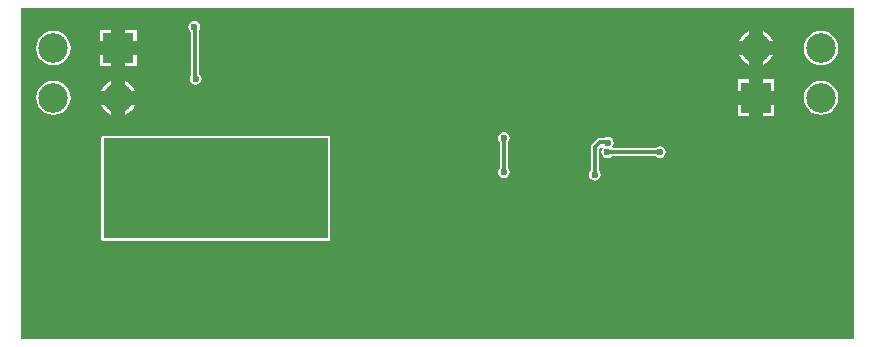
<source format=gbl>
G04*
G04 #@! TF.GenerationSoftware,Altium Limited,Altium Designer,19.1.6 (110)*
G04*
G04 Layer_Physical_Order=2*
G04 Layer_Color=16711680*
%FSLAX43Y43*%
%MOMM*%
G71*
G01*
G75*
%ADD53C,0.300*%
%ADD55C,2.500*%
%ADD56R,2.500X2.500*%
%ADD57C,0.600*%
G36*
X121500Y71000D02*
X51000D01*
Y99000D01*
X121500D01*
Y71000D01*
D02*
G37*
%LPC*%
G36*
X60800Y97150D02*
X59850D01*
Y96200D01*
X60800D01*
Y97150D01*
D02*
G37*
G36*
X58650D02*
X57700D01*
Y96200D01*
X58650D01*
Y97150D01*
D02*
G37*
G36*
X113850Y97037D02*
Y96200D01*
X114687D01*
X114545Y96465D01*
X114351Y96701D01*
X114115Y96895D01*
X113850Y97037D01*
D02*
G37*
G36*
X112650Y97037D02*
X112385Y96895D01*
X112149Y96701D01*
X111955Y96465D01*
X111813Y96200D01*
X112650D01*
Y97037D01*
D02*
G37*
G36*
X114687Y95000D02*
X113850D01*
Y94163D01*
X114115Y94305D01*
X114351Y94499D01*
X114545Y94735D01*
X114687Y95000D01*
D02*
G37*
G36*
X112650D02*
X111813D01*
X111955Y94735D01*
X112149Y94499D01*
X112385Y94305D01*
X112650Y94163D01*
Y95000D01*
D02*
G37*
G36*
X118750Y97063D02*
X118371Y97013D01*
X118019Y96867D01*
X117716Y96634D01*
X117483Y96331D01*
X117337Y95979D01*
X117287Y95600D01*
X117337Y95221D01*
X117483Y94869D01*
X117716Y94566D01*
X118019Y94333D01*
X118371Y94187D01*
X118750Y94137D01*
X119129Y94187D01*
X119481Y94333D01*
X119784Y94566D01*
X120017Y94869D01*
X120163Y95221D01*
X120213Y95600D01*
X120163Y95979D01*
X120017Y96331D01*
X119784Y96634D01*
X119481Y96867D01*
X119129Y97013D01*
X118750Y97063D01*
D02*
G37*
G36*
X53750D02*
X53371Y97013D01*
X53019Y96867D01*
X52716Y96634D01*
X52483Y96331D01*
X52337Y95979D01*
X52287Y95600D01*
X52337Y95221D01*
X52483Y94869D01*
X52716Y94566D01*
X53019Y94333D01*
X53371Y94187D01*
X53750Y94137D01*
X54129Y94187D01*
X54481Y94333D01*
X54784Y94566D01*
X55017Y94869D01*
X55163Y95221D01*
X55213Y95600D01*
X55163Y95979D01*
X55017Y96331D01*
X54784Y96634D01*
X54481Y96867D01*
X54129Y97013D01*
X53750Y97063D01*
D02*
G37*
G36*
X60800Y95000D02*
X59850D01*
Y94050D01*
X60800D01*
Y95000D01*
D02*
G37*
G36*
X58650D02*
X57700D01*
Y94050D01*
X58650D01*
Y95000D01*
D02*
G37*
G36*
X65700Y97910D02*
X65505Y97871D01*
X65340Y97760D01*
X65229Y97595D01*
X65190Y97400D01*
X65229Y97205D01*
X65340Y97040D01*
X65393Y97004D01*
Y93291D01*
X65329Y93195D01*
X65290Y93000D01*
X65329Y92805D01*
X65440Y92640D01*
X65605Y92529D01*
X65800Y92490D01*
X65995Y92529D01*
X66160Y92640D01*
X66271Y92805D01*
X66310Y93000D01*
X66271Y93195D01*
X66160Y93360D01*
X66107Y93396D01*
Y97109D01*
X66171Y97205D01*
X66210Y97400D01*
X66171Y97595D01*
X66060Y97760D01*
X65895Y97871D01*
X65700Y97910D01*
D02*
G37*
G36*
X59850Y92837D02*
Y92000D01*
X60687D01*
X60545Y92265D01*
X60351Y92501D01*
X60115Y92695D01*
X59850Y92837D01*
D02*
G37*
G36*
X58650Y92837D02*
X58385Y92695D01*
X58149Y92501D01*
X57955Y92265D01*
X57813Y92000D01*
X58650D01*
Y92837D01*
D02*
G37*
G36*
X114800Y92950D02*
X113850D01*
Y92000D01*
X114800D01*
Y92950D01*
D02*
G37*
G36*
X112650D02*
X111700D01*
Y92000D01*
X112650D01*
Y92950D01*
D02*
G37*
G36*
X60687Y90800D02*
X59850D01*
Y89963D01*
X60115Y90105D01*
X60351Y90299D01*
X60545Y90535D01*
X60687Y90800D01*
D02*
G37*
G36*
X58650D02*
X57813D01*
X57955Y90535D01*
X58149Y90299D01*
X58385Y90105D01*
X58650Y89963D01*
Y90800D01*
D02*
G37*
G36*
X118750Y92863D02*
X118371Y92813D01*
X118019Y92667D01*
X117716Y92434D01*
X117483Y92131D01*
X117337Y91779D01*
X117287Y91400D01*
X117337Y91021D01*
X117483Y90669D01*
X117716Y90366D01*
X118019Y90133D01*
X118371Y89987D01*
X118750Y89937D01*
X119129Y89987D01*
X119481Y90133D01*
X119784Y90366D01*
X120017Y90669D01*
X120163Y91021D01*
X120213Y91400D01*
X120163Y91779D01*
X120017Y92131D01*
X119784Y92434D01*
X119481Y92667D01*
X119129Y92813D01*
X118750Y92863D01*
D02*
G37*
G36*
X53750D02*
X53371Y92813D01*
X53019Y92667D01*
X52716Y92434D01*
X52483Y92131D01*
X52337Y91779D01*
X52287Y91400D01*
X52337Y91021D01*
X52483Y90669D01*
X52716Y90366D01*
X53019Y90133D01*
X53371Y89987D01*
X53750Y89937D01*
X54129Y89987D01*
X54481Y90133D01*
X54784Y90366D01*
X55017Y90669D01*
X55163Y91021D01*
X55213Y91400D01*
X55163Y91779D01*
X55017Y92131D01*
X54784Y92434D01*
X54481Y92667D01*
X54129Y92813D01*
X53750Y92863D01*
D02*
G37*
G36*
X114800Y90800D02*
X113850D01*
Y89850D01*
X114800D01*
Y90800D01*
D02*
G37*
G36*
X112650D02*
X111700D01*
Y89850D01*
X112650D01*
Y90800D01*
D02*
G37*
G36*
X100700Y88110D02*
X100505Y88071D01*
X100409Y88007D01*
X100050D01*
X99913Y87980D01*
X99798Y87902D01*
X99348Y87452D01*
X99270Y87337D01*
X99243Y87200D01*
Y85263D01*
X99240Y85260D01*
X99129Y85095D01*
X99090Y84900D01*
X99129Y84705D01*
X99240Y84540D01*
X99405Y84429D01*
X99600Y84390D01*
X99795Y84429D01*
X99960Y84540D01*
X100071Y84705D01*
X100110Y84900D01*
X100071Y85095D01*
X99960Y85260D01*
X99957Y85263D01*
Y87052D01*
X100156Y87252D01*
X100211Y87243D01*
X100265Y87109D01*
X100188Y86995D01*
X100150Y86800D01*
X100188Y86605D01*
X100299Y86440D01*
X100464Y86329D01*
X100659Y86290D01*
X100854Y86329D01*
X101020Y86440D01*
X101022Y86443D01*
X104737D01*
X104740Y86440D01*
X104905Y86329D01*
X105100Y86290D01*
X105295Y86329D01*
X105460Y86440D01*
X105571Y86605D01*
X105610Y86800D01*
X105571Y86995D01*
X105460Y87160D01*
X105295Y87271D01*
X105100Y87310D01*
X104905Y87271D01*
X104740Y87160D01*
X104737Y87157D01*
X101148D01*
X101090Y87284D01*
X101171Y87405D01*
X101210Y87600D01*
X101171Y87795D01*
X101060Y87960D01*
X100895Y88071D01*
X100700Y88110D01*
D02*
G37*
G36*
X91900Y88510D02*
X91705Y88471D01*
X91540Y88360D01*
X91429Y88195D01*
X91390Y88000D01*
X91429Y87805D01*
X91540Y87640D01*
X91543Y87637D01*
Y85463D01*
X91540Y85460D01*
X91429Y85295D01*
X91390Y85100D01*
X91429Y84905D01*
X91540Y84740D01*
X91705Y84629D01*
X91900Y84590D01*
X92095Y84629D01*
X92260Y84740D01*
X92371Y84905D01*
X92410Y85100D01*
X92371Y85295D01*
X92260Y85460D01*
X92257Y85463D01*
Y87637D01*
X92260Y87640D01*
X92371Y87805D01*
X92410Y88000D01*
X92371Y88195D01*
X92260Y88360D01*
X92095Y88471D01*
X91900Y88510D01*
D02*
G37*
G36*
X77000Y88204D02*
X58000D01*
X57922Y88188D01*
X57856Y88144D01*
X57812Y88078D01*
X57796Y88000D01*
Y79500D01*
X57812Y79422D01*
X57856Y79356D01*
X57922Y79312D01*
X58000Y79296D01*
X77000D01*
X77078Y79312D01*
X77144Y79356D01*
X77188Y79422D01*
X77204Y79500D01*
Y88000D01*
X77188Y88078D01*
X77144Y88144D01*
X77078Y88188D01*
X77000Y88204D01*
D02*
G37*
%LPD*%
G36*
Y79500D02*
X58000D01*
Y88000D01*
X77000D01*
Y79500D01*
D02*
G37*
D53*
X100659Y86800D02*
X105100D01*
X100050Y87650D02*
X100650D01*
X99600Y87200D02*
X100050Y87650D01*
X99600Y84900D02*
Y87200D01*
X91800Y85100D02*
X91900Y85200D01*
Y88000D01*
X65750Y93050D02*
X65800Y93000D01*
X65750Y93050D02*
Y97350D01*
X65700Y97400D02*
X65750Y97350D01*
D55*
X118750Y91400D02*
D03*
Y95600D02*
D03*
X113250D02*
D03*
X53750D02*
D03*
Y91400D02*
D03*
X59250D02*
D03*
D56*
X113250D02*
D03*
X59250Y95600D02*
D03*
D57*
X120000Y80000D02*
D03*
X121000Y78000D02*
D03*
X120000Y76000D02*
D03*
X121000Y74000D02*
D03*
X120000Y72000D02*
D03*
X119000Y82000D02*
D03*
X118000Y80000D02*
D03*
X119000Y78000D02*
D03*
X118000Y76000D02*
D03*
X119000Y74000D02*
D03*
X118000Y72000D02*
D03*
X117000Y82000D02*
D03*
X116000Y80000D02*
D03*
X117000Y78000D02*
D03*
X116000Y76000D02*
D03*
X117000Y74000D02*
D03*
X116000Y72000D02*
D03*
X115000Y94000D02*
D03*
Y82000D02*
D03*
X114000Y80000D02*
D03*
X115000Y78000D02*
D03*
X114000Y76000D02*
D03*
X115000Y74000D02*
D03*
X114000Y72000D02*
D03*
X113000Y82000D02*
D03*
X112000Y80000D02*
D03*
X113000Y78000D02*
D03*
X112000Y76000D02*
D03*
X113000Y74000D02*
D03*
X112000Y72000D02*
D03*
X110000Y84000D02*
D03*
X111000Y82000D02*
D03*
X110000Y80000D02*
D03*
X111000Y78000D02*
D03*
X110000Y76000D02*
D03*
X111000Y74000D02*
D03*
X110000Y72000D02*
D03*
X108000Y92000D02*
D03*
Y88000D02*
D03*
Y84000D02*
D03*
X109000Y82000D02*
D03*
X108000Y80000D02*
D03*
X109000Y78000D02*
D03*
X108000Y76000D02*
D03*
X109000Y74000D02*
D03*
X108000Y72000D02*
D03*
X106000Y84000D02*
D03*
X107000Y82000D02*
D03*
X106000Y80000D02*
D03*
X107000Y78000D02*
D03*
X106000Y76000D02*
D03*
X107000Y74000D02*
D03*
X106000Y72000D02*
D03*
X104000Y96000D02*
D03*
Y92000D02*
D03*
Y84000D02*
D03*
X105000Y82000D02*
D03*
X104000Y80000D02*
D03*
X105000Y78000D02*
D03*
X104000Y76000D02*
D03*
X105000Y74000D02*
D03*
X104000Y72000D02*
D03*
X103000Y94000D02*
D03*
X102000Y84000D02*
D03*
X103000Y82000D02*
D03*
X102000Y80000D02*
D03*
X103000Y78000D02*
D03*
X102000Y76000D02*
D03*
X103000Y74000D02*
D03*
X102000Y72000D02*
D03*
X101000Y86000D02*
D03*
Y82000D02*
D03*
X100000Y80000D02*
D03*
X101000Y78000D02*
D03*
X100000Y76000D02*
D03*
X101000Y74000D02*
D03*
X100000Y72000D02*
D03*
X98000Y96000D02*
D03*
Y92000D02*
D03*
X99000Y82000D02*
D03*
X98000Y80000D02*
D03*
X99000Y78000D02*
D03*
X98000Y76000D02*
D03*
X99000Y74000D02*
D03*
X98000Y72000D02*
D03*
X96000Y96000D02*
D03*
X97000Y94000D02*
D03*
X96000Y92000D02*
D03*
X97000Y86000D02*
D03*
X96000Y84000D02*
D03*
X97000Y82000D02*
D03*
X96000Y80000D02*
D03*
X97000Y78000D02*
D03*
X96000Y76000D02*
D03*
X97000Y74000D02*
D03*
X96000Y72000D02*
D03*
X94000Y96000D02*
D03*
X95000Y94000D02*
D03*
X94000Y92000D02*
D03*
X95000Y86000D02*
D03*
Y82000D02*
D03*
X94000Y80000D02*
D03*
X95000Y78000D02*
D03*
X94000Y76000D02*
D03*
X95000Y74000D02*
D03*
X94000Y72000D02*
D03*
X92000Y96000D02*
D03*
X93000Y94000D02*
D03*
X92000Y92000D02*
D03*
X93000Y82000D02*
D03*
X92000Y80000D02*
D03*
X93000Y78000D02*
D03*
X92000Y76000D02*
D03*
X93000Y74000D02*
D03*
X92000Y72000D02*
D03*
X90000Y96000D02*
D03*
X91000Y94000D02*
D03*
X90000Y92000D02*
D03*
X91000Y82000D02*
D03*
X90000Y80000D02*
D03*
X91000Y78000D02*
D03*
X90000Y76000D02*
D03*
X91000Y74000D02*
D03*
X90000Y72000D02*
D03*
X88000Y96000D02*
D03*
X89000Y94000D02*
D03*
X88000Y84000D02*
D03*
X89000Y82000D02*
D03*
X88000Y80000D02*
D03*
X89000Y78000D02*
D03*
X88000Y76000D02*
D03*
X89000Y74000D02*
D03*
X88000Y72000D02*
D03*
X86000Y96000D02*
D03*
X87000Y94000D02*
D03*
Y86000D02*
D03*
Y82000D02*
D03*
X86000Y80000D02*
D03*
X87000Y78000D02*
D03*
X86000Y76000D02*
D03*
X87000Y74000D02*
D03*
X86000Y72000D02*
D03*
X84000Y96000D02*
D03*
X85000Y94000D02*
D03*
X84000Y92000D02*
D03*
X85000Y82000D02*
D03*
X84000Y80000D02*
D03*
X85000Y78000D02*
D03*
X84000Y76000D02*
D03*
X85000Y74000D02*
D03*
X84000Y72000D02*
D03*
X82000Y96000D02*
D03*
X83000Y94000D02*
D03*
X82000Y92000D02*
D03*
X83000Y90000D02*
D03*
X82000Y80000D02*
D03*
Y72000D02*
D03*
X80000Y96000D02*
D03*
X81000Y94000D02*
D03*
X80000Y92000D02*
D03*
X81000Y90000D02*
D03*
X80000Y80000D02*
D03*
Y76000D02*
D03*
Y72000D02*
D03*
X78000Y96000D02*
D03*
X79000Y94000D02*
D03*
Y90000D02*
D03*
Y82000D02*
D03*
X78000Y80000D02*
D03*
X79000Y78000D02*
D03*
X78000Y76000D02*
D03*
X79000Y74000D02*
D03*
X78000Y72000D02*
D03*
X76000Y96000D02*
D03*
X77000Y94000D02*
D03*
Y78000D02*
D03*
X76000Y76000D02*
D03*
X77000Y74000D02*
D03*
X76000Y72000D02*
D03*
X74000Y96000D02*
D03*
X75000Y94000D02*
D03*
Y78000D02*
D03*
X74000Y76000D02*
D03*
X75000Y74000D02*
D03*
X74000Y72000D02*
D03*
X72000Y96000D02*
D03*
X73000Y94000D02*
D03*
X72000Y76000D02*
D03*
Y72000D02*
D03*
X70000Y96000D02*
D03*
X71000Y94000D02*
D03*
X70000Y76000D02*
D03*
X71000Y74000D02*
D03*
X70000Y72000D02*
D03*
X68000Y96000D02*
D03*
X69000Y94000D02*
D03*
X68000Y92000D02*
D03*
X69000Y90000D02*
D03*
X68000Y76000D02*
D03*
X69000Y74000D02*
D03*
X68000Y72000D02*
D03*
X67000Y94000D02*
D03*
Y90000D02*
D03*
X66000Y76000D02*
D03*
X67000Y74000D02*
D03*
X66000Y72000D02*
D03*
X64000Y96000D02*
D03*
X65000Y94000D02*
D03*
X64000Y76000D02*
D03*
X65000Y74000D02*
D03*
X64000Y72000D02*
D03*
X62000Y96000D02*
D03*
X63000Y94000D02*
D03*
X62000Y76000D02*
D03*
Y72000D02*
D03*
X61000Y78000D02*
D03*
X60000Y76000D02*
D03*
X61000Y74000D02*
D03*
X60000Y72000D02*
D03*
X59000Y78000D02*
D03*
X58000Y76000D02*
D03*
X59000Y74000D02*
D03*
X58000Y72000D02*
D03*
X57000Y94000D02*
D03*
Y82000D02*
D03*
Y78000D02*
D03*
X56000Y76000D02*
D03*
X57000Y74000D02*
D03*
X56000Y72000D02*
D03*
X55000Y82000D02*
D03*
X54000Y76000D02*
D03*
X55000Y74000D02*
D03*
X54000Y72000D02*
D03*
X52000Y84000D02*
D03*
X53000Y82000D02*
D03*
X52000Y80000D02*
D03*
Y76000D02*
D03*
X53000Y74000D02*
D03*
X52000Y72000D02*
D03*
X105100Y86800D02*
D03*
X96200Y90500D02*
D03*
Y86500D02*
D03*
X97200Y87500D02*
D03*
X95200D02*
D03*
Y88500D02*
D03*
X97200D02*
D03*
X96200Y87500D02*
D03*
Y88500D02*
D03*
X97200Y89500D02*
D03*
X96200D02*
D03*
X95200D02*
D03*
X100659Y86800D02*
D03*
X100700Y87600D02*
D03*
X99600Y84900D02*
D03*
X91900Y85100D02*
D03*
Y88000D02*
D03*
X65700Y97400D02*
D03*
X65800Y93000D02*
D03*
X72500Y86000D02*
D03*
X69000Y85000D02*
D03*
X67000D02*
D03*
X68000D02*
D03*
X69000Y86000D02*
D03*
X68000D02*
D03*
X67000D02*
D03*
X68500Y87500D02*
D03*
X67500D02*
D03*
X69000Y83500D02*
D03*
X67000D02*
D03*
X73500Y81500D02*
D03*
X69000Y82000D02*
D03*
X67000D02*
D03*
X65000D02*
D03*
X74000Y86000D02*
D03*
X75500D02*
D03*
X76500Y85000D02*
D03*
Y83500D02*
D03*
Y82000D02*
D03*
Y80500D02*
D03*
X75000D02*
D03*
X71000D02*
D03*
X69000D02*
D03*
X67000D02*
D03*
X65000D02*
D03*
X59000D02*
D03*
Y82000D02*
D03*
Y83500D02*
D03*
Y85000D02*
D03*
M02*

</source>
